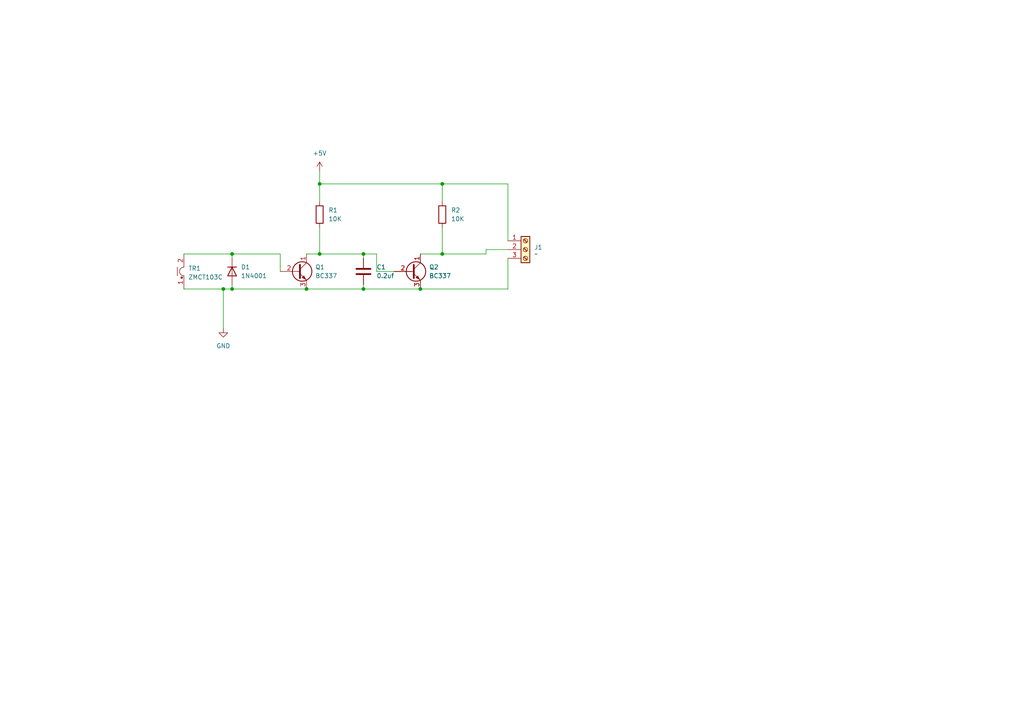
<source format=kicad_sch>
(kicad_sch (version 20231120) (generator "eeschema") (generator_version "8.0")
  (paper "A4")
  (lib_symbols
    (symbol "Connector:Screw_Terminal_01x03" (pin_names (offset 1.016) hide)
      (property "Reference" "J" (at 0 5.08 0))
      (property "Value" "Screw_Terminal_01x03" (at 0 -5.08 0))
      (symbol "Screw_Terminal_01x03_1_1"
        (rectangle (start -1.27 3.81) (end 1.27 -3.81) (stroke (width 0.254)) (fill (type background)))
        (circle (center 0 -2.54) (radius 0.635) (stroke (width 0.1524)))
        (polyline (pts (xy -0.5334 -2.2098) (xy 0.3302 -3.048)) (stroke (width 0.1524)))
        (polyline (pts (xy -0.5334 0.3302) (xy 0.3302 -0.508)) (stroke (width 0.1524)))
        (polyline (pts (xy -0.5334 2.8702) (xy 0.3302 2.032)) (stroke (width 0.1524)))
        (polyline (pts (xy -0.3556 -2.032) (xy 0.508 -2.8702)) (stroke (width 0.1524)))
        (polyline (pts (xy -0.3556 0.508) (xy 0.508 -0.3302)) (stroke (width 0.1524)))
        (polyline (pts (xy -0.3556 3.048) (xy 0.508 2.2098)) (stroke (width 0.1524)))
        (circle (center 0 0) (radius 0.635) (stroke (width 0.1524)))
        (circle (center 0 2.54) (radius 0.635) (stroke (width 0.1524)))
        (pin passive line (at -5.08 2.54 0) (length 3.81) (name "Pin_1") (number "1"))
        (pin passive line (at -5.08 0 0) (length 3.81) (name "Pin_2") (number "2"))
        (pin passive line (at -5.08 -2.54 0) (length 3.81) (name "Pin_3") (number "3"))
      )
    )
    (symbol "Device:C" (pin_numbers hide) (pin_names (offset 0.254))
      (property "Reference" "C" (at 0.635 2.54 0))
      (property "Value" "C" (at 0.635 -2.54 0))
      (symbol "C_0_1"
        (polyline (pts (xy -2.032 -0.762) (xy 2.032 -0.762)) (stroke (width 0.508)))
        (polyline (pts (xy -2.032 0.762) (xy 2.032 0.762)) (stroke (width 0.508)))
      )
      (symbol "C_1_1"
        (pin passive line (at 0 3.81 270) (length 2.794) (name "~") (number "1"))
        (pin passive line (at 0 -3.81 90) (length 2.794) (name "~") (number "2"))
      )
    )
    (symbol "Device:R" (pin_numbers hide) (pin_names (offset 0))
      (property "Reference" "R" (at 2.032 0 90))
      (property "Value" "R" (at 0 0 90))
      (symbol "R_0_1"
        (rectangle (start -1.016 -2.54) (end 1.016 2.54) (stroke (width 0.254)))
      )
      (symbol "R_1_1"
        (pin passive line (at 0 3.81 270) (length 1.27) (name "~") (number "1"))
        (pin passive line (at 0 -3.81 90) (length 1.27) (name "~") (number "2"))
      )
    )
    (symbol "Diode:1N4001" (pin_numbers hide) (pin_names hide)
      (property "Reference" "D" (at 0 2.54 0))
      (property "Value" "1N4001" (at 0 -2.54 0))
      (symbol "1N4001_0_1"
        (polyline (pts (xy -1.27 1.27) (xy -1.27 -1.27)) (stroke (width 0.254)))
        (polyline (pts (xy 1.27 0) (xy -1.27 0)))
        (polyline (pts (xy 1.27 1.27) (xy 1.27 -1.27) (xy -1.27 0) (xy 1.27 1.27)) (stroke (width 0.254)))
      )
      (symbol "1N4001_1_1"
        (pin passive line (at -3.81 0 0) (length 2.54) (name "K") (number "1"))
        (pin passive line (at 3.81 0 180) (length 2.54) (name "A") (number "2"))
      )
    )
    (symbol "Transformer:ZMCT103C"
      (property "Reference" "TR" (at 0 3.81 0))
      (property "Value" "ZMCT103C" (at 0 -2.54 0))
      (symbol "ZMCT103C_1_1"
        (circle (center -1.778 0.635) (radius 0.254) (fill (type outline)))
        (polyline (pts (xy -1.27 1.905) (xy 1.27 1.905)))
        (arc (start 1.27 0) (mid 0 1.2645) (end -1.27 0))
        (pin passive line (at -5.08 0 0) (length 3.81) (name "~") (number "1"))
        (pin passive line (at 5.08 0 180) (length 3.81) (name "~") (number "2"))
      )
    )
    (symbol "Transistor_BJT:BC337" (pin_names (offset 0) hide)
      (property "Reference" "Q" (at 5.08 1.905 0))
      (property "Value" "BC337" (at 5.08 0 0))
      (symbol "BC337_0_1"
        (polyline (pts (xy 0 0) (xy 0.635 0)))
        (polyline (pts (xy 0.635 0.635) (xy 2.54 2.54)))
        (polyline (pts (xy 0.635 -0.635) (xy 2.54 -2.54) (xy 2.54 -2.54)))
        (polyline (pts (xy 0.635 1.905) (xy 0.635 -1.905) (xy 0.635 -1.905)) (stroke (width 0.508)))
        (polyline (pts (xy 1.27 -1.778) (xy 1.778 -1.27) (xy 2.286 -2.286) (xy 1.27 -1.778) (xy 1.27 -1.778)) (fill (type outline)))
        (circle (center 1.27 0) (radius 2.8194) (stroke (width 0.254)))
      )
      (symbol "BC337_1_1"
        (pin passive line (at 2.54 5.08 270) (length 2.54) (name "C") (number "1"))
        (pin input line (at -5.08 0 0) (length 5.08) (name "B") (number "2"))
        (pin passive line (at 2.54 -5.08 90) (length 2.54) (name "E") (number "3"))
      )
    )
    (symbol "power:+5V" (power) (pin_numbers hide) (pin_names (offset 0) hide)
      (property "Value" "+5V" (at 0 3.556 0))
      (symbol "+5V_0_1"
        (polyline (pts (xy -0.762 1.27) (xy 0 2.54)))
        (polyline (pts (xy 0 0) (xy 0 2.54)))
        (polyline (pts (xy 0 2.54) (xy 0.762 1.27)))
      )
      (symbol "+5V_1_1"
        (pin power_in line (at 0 0 90) (length 0) (name "~") (number "1"))
      )
    )
    (symbol "power:GND" (power) (pin_numbers hide) (pin_names (offset 0) hide)
      (property "Value" "GND" (at 0 -3.81 0))
      (symbol "GND_0_1"
        (polyline (pts (xy 0 0) (xy 0 -1.27) (xy 1.27 -1.27) (xy 0 -2.54) (xy -1.27 -1.27) (xy 0 -1.27)))
      )
      (symbol "GND_1_1"
        (pin power_in line (at 0 0 270) (length 0) (name "~") (number "1"))
      )
    )
  )
  (junction (at 67.31 83.82))
  (junction (at 121.92 83.82))
  (junction (at 92.71 73.66))
  (junction (at 128.27 53.34))
  (junction (at 64.77 83.82))
  (junction (at 105.41 73.66))
  (junction (at 92.71 53.34))
  (junction (at 105.41 83.82))
  (junction (at 128.27 73.66))
  (junction (at 88.9 83.82))
  (junction (at 67.31 73.66))
  (wire (pts (xy 92.71 73.66) (xy 105.41 73.66)))
  (wire (pts (xy 92.71 66.04) (xy 92.71 73.66)))
  (wire (pts (xy 105.41 83.82) (xy 121.92 83.82)))
  (wire (pts (xy 64.77 83.82) (xy 67.31 83.82)))
  (wire (pts (xy 64.77 83.82) (xy 64.77 95.25)))
  (wire (pts (xy 67.31 73.66) (xy 67.31 74.93)))
  (wire (pts (xy 67.31 73.66) (xy 81.28 73.66)))
  (wire (pts (xy 109.22 73.66) (xy 109.22 78.74)))
  (wire (pts (xy 140.97 73.66) (xy 140.97 72.39)))
  (wire (pts (xy 105.41 73.66) (xy 105.41 74.93)))
  (wire (pts (xy 128.27 66.04) (xy 128.27 73.66)))
  (wire (pts (xy 128.27 53.34) (xy 147.32 53.34)))
  (wire (pts (xy 88.9 73.66) (xy 92.71 73.66)))
  (wire (pts (xy 109.22 78.74) (xy 114.3 78.74)))
  (wire (pts (xy 140.97 72.39) (xy 147.32 72.39)))
  (wire (pts (xy 128.27 73.66) (xy 121.92 73.66)))
  (wire (pts (xy 92.71 53.34) (xy 92.71 58.42)))
  (wire (pts (xy 67.31 82.55) (xy 67.31 83.82)))
  (wire (pts (xy 121.92 83.82) (xy 147.32 83.82)))
  (wire (pts (xy 53.34 73.66) (xy 67.31 73.66)))
  (wire (pts (xy 128.27 53.34) (xy 92.71 53.34)))
  (wire (pts (xy 92.71 49.53) (xy 92.71 53.34)))
  (wire (pts (xy 53.34 83.82) (xy 64.77 83.82)))
  (wire (pts (xy 128.27 73.66) (xy 140.97 73.66)))
  (wire (pts (xy 128.27 58.42) (xy 128.27 53.34)))
  (wire (pts (xy 105.41 82.55) (xy 105.41 83.82)))
  (wire (pts (xy 81.28 73.66) (xy 81.28 78.74)))
  (wire (pts (xy 88.9 83.82) (xy 105.41 83.82)))
  (wire (pts (xy 147.32 83.82) (xy 147.32 74.93)))
  (wire (pts (xy 67.31 83.82) (xy 88.9 83.82)))
  (wire (pts (xy 147.32 53.34) (xy 147.32 69.85)))
  (wire (pts (xy 105.41 73.66) (xy 109.22 73.66)))
  (symbol (lib_id "Transistor_BJT:BC337") (at 119.38 78.74 0) (unit 1)
    (property "Reference" "Q2" (at 124.46 77.4699 0) (effects (justify left)))
    (property "Value" "BC337" (at 124.46 80.0099 0) (effects (justify left)))
    (property "Footprint" "Package_TO_SOT_THT:TO-92_Inline" (effects (hide yes)))
    (property "Datasheet" "https://diotec.com/tl_files/diotec/files/pdf/datasheets/bc337.pdf" (effects (hide yes)))
    (property "Description" "0.8A Ic, 45V Vce, NPN Transistor, TO-92" (effects (hide yes)))
  )
  (symbol (lib_id "power:+5V") (at 92.71 49.53 0) (unit 1)
    (property "Reference" "#PWR01" (effects (hide yes)))
    (property "Value" "+5V" (at 92.71 44.45 0))
    (property "Description" "Power symbol creates a global label with name \"+5V\"" (effects (hide yes)))
  )
  (symbol (lib_id "Diode:1N4001") (at 67.31 78.74 270) (unit 1)
    (property "Reference" "D1" (at 69.85 77.4699 90) (effects (justify left)))
    (property "Value" "1N4001" (at 69.85 80.0099 90) (effects (justify left)))
    (property "Footprint" "Diode_THT:D_DO-41_SOD81_P10.16mm_Horizontal" (effects (hide yes)))
    (property "Datasheet" "http://www.vishay.com/docs/88503/1n4001.pdf" (effects (hide yes)))
    (property "Description" "50V 1A General Purpose Rectifier Diode, DO-41" (effects (hide yes)))
    (property "Sim.Device" "D" (effects (hide yes)))
    (property "Sim.Pins" "1=K 2=A" (effects (hide yes)))
  )
  (symbol (lib_id "Device:R") (at 128.27 62.23 0) (unit 1)
    (property "Reference" "R2" (at 130.81 60.9599 0) (effects (justify left)))
    (property "Value" "10K" (at 130.81 63.4999 0) (effects (justify left)))
    (property "Footprint" "Resistor_THT:R_Axial_DIN0207_L6.3mm_D2.5mm_P2.54mm_Vertical" (effects (hide yes)))
    (property "Description" "Resistor" (effects (hide yes)))
  )
  (symbol (lib_id "Transistor_BJT:BC337") (at 86.36 78.74 0) (unit 1)
    (property "Reference" "Q1" (at 91.44 77.4699 0) (effects (justify left)))
    (property "Value" "BC337" (at 91.44 80.0099 0) (effects (justify left)))
    (property "Footprint" "Package_TO_SOT_THT:TO-92_Inline" (effects (hide yes)))
    (property "Datasheet" "https://diotec.com/tl_files/diotec/files/pdf/datasheets/bc337.pdf" (effects (hide yes)))
    (property "Description" "0.8A Ic, 45V Vce, NPN Transistor, TO-92" (effects (hide yes)))
  )
  (symbol (lib_id "Transformer:ZMCT103C") (at 53.34 78.74 90) (unit 1)
    (property "Reference" "TR1" (at 54.61 77.8509 90) (effects (justify right)))
    (property "Value" "ZMCT103C" (at 54.61 80.3909 90) (effects (justify right)))
    (property "Footprint" "Transformer_THT:Transformer_Zeming_ZMCT103C" (effects (hide yes)))
    (property "Datasheet" "https://5krorwxhmqqirik.leadongcdn.com/ZMCT103C+specification-aidirBqoKomRilSjpimnokp.pdf" (effects (hide yes)))
    (property "Description" "Qingxian Zeming Langxi Electronic ZMCT103C current transformer 1000:1 10A" (effects (hide yes)))
  )
  (symbol (lib_id "Connector:Screw_Terminal_01x03") (at 152.4 72.39 0) (unit 1)
    (property "Reference" "J1" (at 154.94 71.7549 0) (effects (justify left)))
    (property "Value" "~" (at 154.94 73.66 0) (effects (justify left)))
    (property "Footprint" "spacestudio_components:KF301-3P" (effects (hide yes)))
    (property "Description" "Generic screw terminal, single row, 01x03, script generated (kicad-library-utils/schlib/autogen/connector/)" (effects (hide yes)))
  )
  (symbol (lib_id "Device:R") (at 92.71 62.23 0) (unit 1)
    (property "Reference" "R1" (at 95.25 60.9599 0) (effects (justify left)))
    (property "Value" "10K" (at 95.25 63.4999 0) (effects (justify left)))
    (property "Footprint" "Resistor_THT:R_Axial_DIN0207_L6.3mm_D2.5mm_P2.54mm_Vertical" (effects (hide yes)))
    (property "Description" "Resistor" (effects (hide yes)))
  )
  (symbol (lib_id "Device:C") (at 105.41 78.74 0) (unit 1)
    (property "Reference" "C1" (at 109.22 77.4699 0) (effects (justify left)))
    (property "Value" "0.2uf" (at 109.22 80.0099 0) (effects (justify left)))
    (property "Footprint" "Capacitor_THT:C_Disc_D5.1mm_W3.2mm_P5.00mm" (effects (hide yes)))
    (property "Description" "Unpolarized capacitor" (effects (hide yes)))
  )
  (symbol (lib_id "power:GND") (at 64.77 95.25 0) (unit 1)
    (property "Reference" "#PWR02" (effects (hide yes)))
    (property "Value" "GND" (at 64.77 100.33 0))
    (property "Description" "Power symbol creates a global label with name \"GND\" , ground" (effects (hide yes)))
  )
)
</source>
